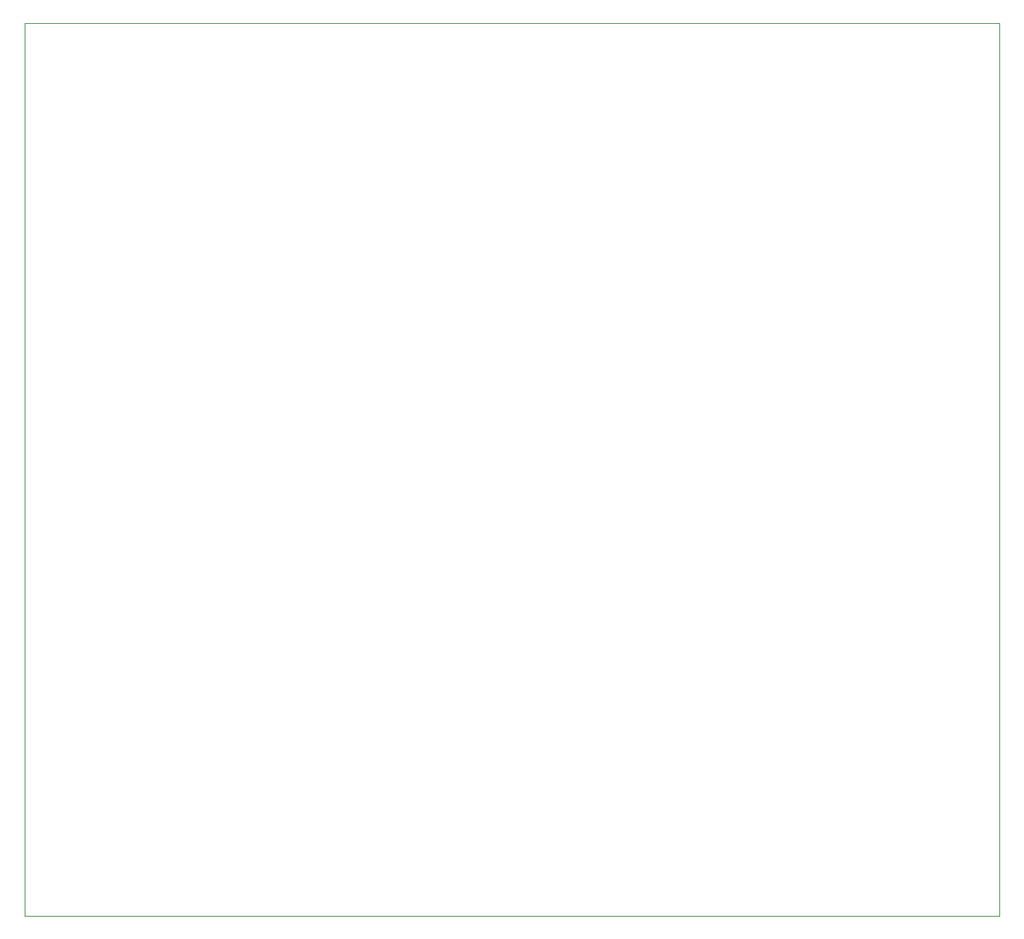
<source format=gbr>
G04 #@! TF.GenerationSoftware,KiCad,Pcbnew,5.1.5-52549c5~86~ubuntu19.10.1*
G04 #@! TF.CreationDate,2020-05-13T10:02:51+02:00*
G04 #@! TF.ProjectId,laborBerlin,6c61626f-7242-4657-926c-696e2e6b6963,rev?*
G04 #@! TF.SameCoordinates,Original*
G04 #@! TF.FileFunction,Profile,NP*
%FSLAX46Y46*%
G04 Gerber Fmt 4.6, Leading zero omitted, Abs format (unit mm)*
G04 Created by KiCad (PCBNEW 5.1.5-52549c5~86~ubuntu19.10.1) date 2020-05-13 10:02:51*
%MOMM*%
%LPD*%
G04 APERTURE LIST*
%ADD10C,0.100000*%
G04 APERTURE END LIST*
D10*
X261600000Y-130150000D02*
X154500000Y-130150000D01*
X154500000Y-130150000D02*
X154500000Y-31950000D01*
X154500000Y-31950000D02*
X261600000Y-31950000D01*
X261600000Y-31950000D02*
X261600000Y-130150000D01*
M02*

</source>
